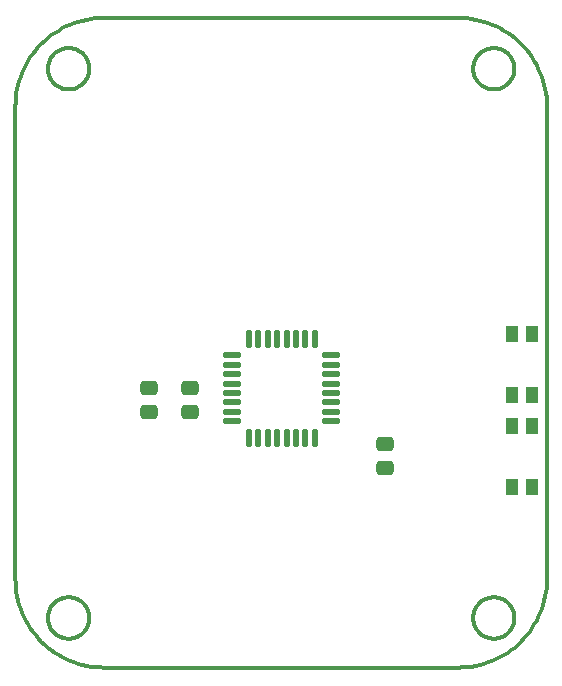
<source format=gbr>
%TF.GenerationSoftware,KiCad,Pcbnew,6.0.9+dfsg-1~bpo11+1*%
%TF.CreationDate,2022-12-30T14:53:09-06:00*%
%TF.ProjectId,Pedals,50656461-6c73-42e6-9b69-6361645f7063,rev?*%
%TF.SameCoordinates,Original*%
%TF.FileFunction,Paste,Top*%
%TF.FilePolarity,Positive*%
%FSLAX46Y46*%
G04 Gerber Fmt 4.6, Leading zero omitted, Abs format (unit mm)*
G04 Created by KiCad (PCBNEW 6.0.9+dfsg-1~bpo11+1) date 2022-12-30 14:53:09*
%MOMM*%
%LPD*%
G01*
G04 APERTURE LIST*
G04 Aperture macros list*
%AMRoundRect*
0 Rectangle with rounded corners*
0 $1 Rounding radius*
0 $2 $3 $4 $5 $6 $7 $8 $9 X,Y pos of 4 corners*
0 Add a 4 corners polygon primitive as box body*
4,1,4,$2,$3,$4,$5,$6,$7,$8,$9,$2,$3,0*
0 Add four circle primitives for the rounded corners*
1,1,$1+$1,$2,$3*
1,1,$1+$1,$4,$5*
1,1,$1+$1,$6,$7*
1,1,$1+$1,$8,$9*
0 Add four rect primitives between the rounded corners*
20,1,$1+$1,$2,$3,$4,$5,0*
20,1,$1+$1,$4,$5,$6,$7,0*
20,1,$1+$1,$6,$7,$8,$9,0*
20,1,$1+$1,$8,$9,$2,$3,0*%
G04 Aperture macros list end*
%TA.AperFunction,Profile*%
%ADD10C,0.349999*%
%TD*%
%ADD11RoundRect,0.250000X0.475000X-0.337500X0.475000X0.337500X-0.475000X0.337500X-0.475000X-0.337500X0*%
%ADD12R,1.000000X1.450000*%
%ADD13RoundRect,0.125000X-0.625000X-0.125000X0.625000X-0.125000X0.625000X0.125000X-0.625000X0.125000X0*%
%ADD14RoundRect,0.125000X-0.125000X-0.625000X0.125000X-0.625000X0.125000X0.625000X-0.125000X0.625000X0*%
%ADD15RoundRect,0.250000X-0.475000X0.337500X-0.475000X-0.337500X0.475000X-0.337500X0.475000X0.337500X0*%
G04 APERTURE END LIST*
D10*
X163336833Y-77300384D02*
X163402943Y-77352336D01*
X164097310Y-77664445D02*
X164183488Y-77679835D01*
X164359941Y-77697722D02*
X164449996Y-77699999D01*
X125210088Y-74988996D02*
X125421681Y-74687955D01*
X129208697Y-124027430D02*
X129284154Y-123988784D01*
X168510819Y-76621198D02*
X168625807Y-76968736D01*
X165852333Y-121402946D02*
X165800381Y-121336836D01*
X129268735Y-71974189D02*
X129621871Y-71876192D01*
X162911211Y-76784153D02*
X162953349Y-76857438D01*
X126702277Y-122540054D02*
X126709035Y-122628927D01*
X164012643Y-124144904D02*
X164097310Y-124164445D01*
X130144905Y-76387352D02*
X130164446Y-76302685D01*
X128921198Y-72089177D02*
X129268735Y-71974189D01*
X165745378Y-77126660D02*
X165800381Y-77063162D01*
X126953353Y-123357438D02*
X126998872Y-123428441D01*
X130190964Y-76128927D02*
X130197722Y-76040054D01*
X129563162Y-77300384D02*
X129626660Y-77245381D01*
X168913296Y-78408717D02*
X168940779Y-78778096D01*
X129626660Y-121154617D02*
X129563162Y-121099614D01*
X125013959Y-75299323D02*
X125210088Y-74988996D01*
X164449996Y-77699999D02*
X164449996Y-77699999D01*
X166093807Y-75348290D02*
X166062472Y-75268820D01*
X131449999Y-71650000D02*
X161449996Y-71650000D01*
X123986700Y-78408717D02*
X124032193Y-78042476D01*
X130179835Y-122716507D02*
X130190964Y-122628927D01*
X127768820Y-124062475D02*
X127848290Y-124093810D01*
X127288995Y-72910088D02*
X127599322Y-72713959D01*
X124669112Y-75945376D02*
X124833549Y-75618321D01*
X165912041Y-73121681D02*
X166203181Y-73348484D01*
X126755094Y-122012646D02*
X126735553Y-122097313D01*
X129563162Y-121099614D02*
X129497053Y-121047662D01*
X166093807Y-123051708D02*
X166121319Y-122970396D01*
X164628923Y-124190964D02*
X164716504Y-124179835D01*
X165051705Y-124093810D02*
X165131175Y-124062475D01*
X130164446Y-122097313D02*
X130144905Y-122012646D01*
X165357435Y-120953352D02*
X165284150Y-120911214D01*
X168804554Y-77679989D02*
X168867803Y-78042476D01*
X128802686Y-74235553D02*
X128716507Y-74220163D01*
X165208694Y-124027430D02*
X165284150Y-123988784D01*
X129208697Y-77527430D02*
X129284154Y-77488784D01*
X128887352Y-124144904D02*
X128970396Y-124121323D01*
X129745381Y-121273338D02*
X129687437Y-121212562D01*
X125890241Y-74116192D02*
X126146699Y-73846699D01*
X166190961Y-122628927D02*
X166197719Y-122540054D01*
X163402943Y-123852336D02*
X163471554Y-123901127D01*
X165901124Y-121471557D02*
X165852333Y-121402946D01*
X128271072Y-74209034D02*
X128183491Y-74220163D01*
X162755091Y-122887352D02*
X162778672Y-122970396D01*
X128449999Y-120699999D02*
X128449999Y-120699999D01*
X128449999Y-124199999D02*
X128449999Y-124199999D01*
X129626660Y-123745381D02*
X129687437Y-123687436D01*
X130121323Y-122970396D02*
X130144905Y-122887352D01*
X162998868Y-74971557D02*
X162953349Y-75042560D01*
X129946646Y-75042560D02*
X129901127Y-74971557D01*
X125648483Y-123903185D02*
X125421681Y-123612045D01*
X129800385Y-121336836D02*
X129745381Y-121273338D01*
X127154617Y-123626660D02*
X127212562Y-123687436D01*
X124274189Y-121331264D02*
X124176192Y-120978129D01*
X162872565Y-75191301D02*
X162837519Y-75268820D01*
X162778672Y-75429602D02*
X162755091Y-75512646D01*
X166483805Y-73590241D02*
X166753299Y-73846699D01*
X168949996Y-119150000D02*
X168940779Y-119521903D01*
X164887349Y-124144904D02*
X164970393Y-124121323D01*
X162720160Y-76216507D02*
X162735550Y-76302685D01*
X166199996Y-122449999D02*
X166199996Y-122449999D01*
X166179832Y-122716507D02*
X166190961Y-122628927D01*
X126702277Y-122359944D02*
X126700000Y-122449999D01*
X167886037Y-123000677D02*
X167689909Y-123311004D01*
X163047659Y-74902946D02*
X162998868Y-74971557D01*
X165852333Y-76997052D02*
X165901124Y-76928441D01*
X129626660Y-74654617D02*
X129563162Y-74599614D01*
X129428441Y-77401127D02*
X129497053Y-77352336D01*
X127336837Y-123800384D02*
X127402946Y-123852336D01*
X162735550Y-76302685D02*
X162755091Y-76387352D01*
X166199996Y-75949999D02*
X166197719Y-75859944D01*
X130093810Y-121848290D02*
X130062476Y-121768820D01*
X125421681Y-123612045D02*
X125210088Y-123311004D01*
X128012647Y-74255094D02*
X127929603Y-74278675D01*
X130027430Y-76708697D02*
X130062476Y-76631178D01*
X129357438Y-77446646D02*
X129428441Y-77401127D01*
X163212559Y-121212562D02*
X163154614Y-121273338D01*
X126806189Y-76551708D02*
X126837523Y-76631178D01*
X127615845Y-120911214D02*
X127542560Y-120953352D01*
X124176192Y-77321871D02*
X124274189Y-76968736D01*
X130062476Y-123131178D02*
X130093810Y-123051708D01*
X129621871Y-126423808D02*
X129268735Y-126325811D01*
X126696815Y-124951517D02*
X126416192Y-124709760D01*
X165131175Y-120837523D02*
X165051705Y-120806188D01*
X164970393Y-74278675D02*
X164887349Y-74255094D01*
X131449999Y-71650000D02*
X131449999Y-71650000D01*
X128802686Y-124164445D02*
X128887352Y-124144904D01*
X130093810Y-123051708D02*
X130121323Y-122970396D01*
X162911211Y-121615845D02*
X162872565Y-121691301D01*
X162720160Y-75683491D02*
X162709031Y-75771071D01*
X165284150Y-123988784D02*
X165357435Y-123946646D01*
X130199999Y-75949999D02*
X130199999Y-75949999D01*
X168867803Y-120257523D02*
X168804554Y-120620010D01*
X131449999Y-126650000D02*
X131449999Y-126650000D01*
X166197719Y-122359944D02*
X166190961Y-122271071D01*
X165131175Y-124062475D02*
X165208694Y-124027430D01*
X162911211Y-75115845D02*
X162872565Y-75191301D01*
X130027430Y-123208697D02*
X130062476Y-123131178D01*
X163615842Y-120911214D02*
X163542557Y-120953352D01*
X163631260Y-126325811D02*
X163278125Y-126423808D01*
X126720163Y-122183491D02*
X126709035Y-122271071D01*
X128802686Y-77664445D02*
X128887352Y-77644904D01*
X164359941Y-74202276D02*
X164271068Y-74209034D01*
X163615842Y-74411214D02*
X163542557Y-74453352D01*
X165284150Y-74411214D02*
X165208694Y-74372568D01*
X126953353Y-76857438D02*
X126998872Y-76928441D01*
X126735553Y-75597313D02*
X126720163Y-75683491D01*
X162709031Y-75771071D02*
X162702273Y-75859944D01*
X127154617Y-77126660D02*
X127212562Y-77187436D01*
X166062472Y-76631178D02*
X166093807Y-76551708D01*
X127099614Y-77063162D02*
X127154617Y-77126660D01*
X162837519Y-75268820D02*
X162806185Y-75348290D01*
X123959217Y-78778096D02*
X123986700Y-78408717D01*
X127848290Y-74306188D02*
X127768820Y-74337523D01*
X164981675Y-72533549D02*
X165300674Y-72713959D01*
X166062472Y-121768820D02*
X166027427Y-121691301D01*
X129131179Y-74337523D02*
X129051708Y-74306188D01*
X124833549Y-122681679D02*
X124669112Y-122354623D01*
X127336837Y-121099614D02*
X127273339Y-121154617D01*
X166753299Y-124453303D02*
X166753299Y-124453303D01*
X162720160Y-122716507D02*
X162735550Y-122802685D01*
X128970396Y-120778675D02*
X128887352Y-120755094D01*
X126998872Y-74971557D02*
X126953353Y-75042560D01*
X166190961Y-76128927D02*
X166197719Y-76040054D01*
X127099614Y-74836836D02*
X127047662Y-74902946D01*
X168379093Y-122020126D02*
X168230884Y-122354623D01*
X129687437Y-74712562D02*
X129626660Y-74654617D01*
X126735553Y-122802685D02*
X126755094Y-122887352D01*
X165497049Y-74547662D02*
X165428438Y-74498871D01*
X127047662Y-123497052D02*
X127099614Y-123563162D01*
X164540051Y-124197722D02*
X164628923Y-124190964D01*
X166199996Y-75949999D02*
X166199996Y-75949999D01*
X163099611Y-123563162D02*
X163154614Y-123626660D01*
X129051708Y-120806188D02*
X128970396Y-120778675D01*
X130179835Y-75683491D02*
X130164446Y-75597313D01*
X127599322Y-72713959D02*
X127918321Y-72533549D01*
X166190961Y-75771071D02*
X166179832Y-75683491D01*
X130197722Y-122540054D02*
X130199999Y-122449999D01*
X162920006Y-126504558D02*
X162557519Y-126567807D01*
X165626657Y-77245381D02*
X165687433Y-77187436D01*
X164449996Y-120699999D02*
X164449996Y-120699999D01*
X163278125Y-126423808D02*
X162920006Y-126504558D01*
X126700000Y-75949999D02*
X126702277Y-76040054D01*
X127929603Y-120778675D02*
X127848290Y-120806188D01*
X129208697Y-74372568D02*
X129131179Y-74337523D01*
X124520903Y-122020126D02*
X124389177Y-121678801D01*
X127154617Y-121273338D02*
X127099614Y-121336836D01*
X168949996Y-119150000D02*
X168949996Y-119150000D01*
X128579873Y-72220903D02*
X128921198Y-72089177D01*
X129051708Y-74306188D02*
X128970396Y-74278675D01*
X123950000Y-119150000D02*
X123950000Y-79150000D01*
X128628927Y-77690964D02*
X128716507Y-77679835D01*
X166753299Y-124453303D02*
X166483805Y-124709760D01*
X163273335Y-74654617D02*
X163212559Y-74712562D01*
X165428438Y-74498871D02*
X165357435Y-74453352D01*
X126872568Y-76708697D02*
X126911215Y-76784153D01*
X164320122Y-126079096D02*
X163978797Y-126210822D01*
X164540051Y-74202276D02*
X164449996Y-74199999D01*
X163929599Y-74278675D02*
X163848287Y-74306188D01*
X129988784Y-121615845D02*
X129946646Y-121542560D01*
X126911215Y-123284153D02*
X126953353Y-123357438D01*
X128802686Y-120735553D02*
X128716507Y-120720163D01*
X162702273Y-122359944D02*
X162699996Y-122449999D01*
X127336837Y-74599614D02*
X127273339Y-74654617D01*
X166027427Y-76708697D02*
X166062472Y-76631178D01*
X131078096Y-71659217D02*
X131449999Y-71650000D01*
X164359941Y-120702276D02*
X164271068Y-120709034D01*
X127471557Y-123901127D02*
X127542560Y-123946646D01*
X165497049Y-77352336D02*
X165563159Y-77300384D01*
X163848287Y-124093810D02*
X163929599Y-124121323D01*
X127212562Y-74712562D02*
X127154617Y-74773338D01*
X129979989Y-71795442D02*
X130342476Y-71732193D01*
X165051705Y-74306188D02*
X164970393Y-74278675D01*
X165300674Y-72713959D02*
X165611001Y-72910088D01*
X127154617Y-74773338D02*
X127099614Y-74836836D01*
X166121319Y-76470396D02*
X166144901Y-76387352D01*
X129852337Y-74902946D02*
X129800385Y-74836836D01*
X164183488Y-120720163D02*
X164097310Y-120735553D01*
X126872568Y-75191301D02*
X126837523Y-75268820D01*
X128449999Y-77699999D02*
X128449999Y-77699999D01*
X165051705Y-77593810D02*
X165131175Y-77562475D01*
X166197719Y-122540054D02*
X166199996Y-122449999D01*
X163768817Y-77562475D02*
X163848287Y-77593810D01*
X127929603Y-124121323D02*
X128012647Y-124144904D01*
X128716507Y-77679835D02*
X128802686Y-77664445D01*
X168949996Y-79150000D02*
X168949996Y-119150000D01*
X161449996Y-71650000D02*
X161449996Y-71650000D01*
X162702273Y-76040054D02*
X162709031Y-76128927D01*
X166062472Y-75268820D02*
X166027427Y-75191301D01*
X129745381Y-77126660D02*
X129800385Y-77063162D01*
X127691302Y-74372568D02*
X127615845Y-74411214D01*
X127848290Y-120806188D02*
X127768820Y-120837523D01*
X168723804Y-77321871D02*
X168804554Y-77679989D01*
X130144905Y-122012646D02*
X130121323Y-121929602D01*
X127212562Y-77187436D02*
X127273339Y-77245381D01*
X127402946Y-121047662D02*
X127336837Y-121099614D01*
X129901127Y-76928441D02*
X129946646Y-76857438D01*
X129497053Y-123852336D02*
X129563162Y-123800384D01*
X128921198Y-126210822D02*
X128579873Y-126079096D01*
X168066447Y-122681679D02*
X167886037Y-123000677D01*
X129208697Y-120872568D02*
X129131179Y-120837523D01*
X128183491Y-74220163D02*
X128097313Y-74235553D01*
X125648483Y-74396816D02*
X125890241Y-74116192D01*
X165687433Y-123687436D02*
X165745378Y-123626660D01*
X163978797Y-72089177D02*
X164320122Y-72220903D01*
X127273339Y-123745381D02*
X127336837Y-123800384D01*
X165563159Y-121099614D02*
X165497049Y-121047662D01*
X165988781Y-121615845D02*
X165946643Y-121542560D01*
X165563159Y-77300384D02*
X165626657Y-77245381D01*
X130342476Y-126567807D02*
X129979989Y-126504558D01*
X123950000Y-79150000D02*
X123959217Y-78778096D01*
X129946646Y-121542560D02*
X129901127Y-121471557D01*
X127929603Y-77621323D02*
X128012647Y-77644904D01*
X164802682Y-120735553D02*
X164716504Y-120720163D01*
X130199999Y-122449999D02*
X130199999Y-122449999D01*
X124520903Y-76279874D02*
X124669112Y-75945376D01*
X126416192Y-73590241D02*
X126696815Y-73348484D01*
X129988784Y-75115845D02*
X129946646Y-75042560D01*
X162837519Y-121768820D02*
X162806185Y-121848290D01*
X130062476Y-75268820D02*
X130027430Y-75191301D01*
X165946643Y-75042560D02*
X165901124Y-74971557D01*
X127768820Y-120837523D02*
X127691302Y-120872568D01*
X164716504Y-77679835D02*
X164802682Y-77664445D01*
X163691298Y-77527430D02*
X163768817Y-77562475D01*
X163047659Y-76997052D02*
X163099611Y-77063162D01*
X126998872Y-123428441D02*
X127047662Y-123497052D01*
X164359941Y-124197722D02*
X164449996Y-124199999D01*
X166144901Y-75512646D02*
X166121319Y-75429602D01*
X162699996Y-75949999D02*
X162699996Y-75949999D01*
X165852333Y-123497052D02*
X165901124Y-123428441D01*
X163273335Y-77245381D02*
X163336833Y-77300384D01*
X164970393Y-77621323D02*
X165051705Y-77593810D01*
X168230884Y-122354623D02*
X168066447Y-122681679D01*
X162872565Y-76708697D02*
X162911211Y-76784153D01*
X128887352Y-120755094D02*
X128802686Y-120735553D01*
X164887349Y-74255094D02*
X164802682Y-74235553D01*
X128245376Y-125930888D02*
X127918321Y-125766451D01*
X168949996Y-79150000D02*
X168949996Y-79150000D01*
X163929599Y-77621323D02*
X164012643Y-77644904D01*
X130164446Y-75597313D02*
X130144905Y-75512646D01*
X129497053Y-77352336D02*
X129563162Y-77300384D01*
X128359944Y-120702276D02*
X128271072Y-120709034D01*
X164097310Y-124164445D02*
X164183488Y-124179835D01*
X123986700Y-119891283D02*
X123959217Y-119521903D01*
X164271068Y-77690964D02*
X164359941Y-77697722D01*
X164012643Y-120755094D02*
X163929599Y-120778675D01*
X168867803Y-78042476D02*
X168913296Y-78408717D01*
X165563159Y-123800384D02*
X165626657Y-123745381D01*
X167009756Y-74116192D02*
X167251513Y-74396816D01*
X163099611Y-77063162D02*
X163154614Y-77126660D01*
X129852337Y-123497052D02*
X129901127Y-123428441D01*
X166199996Y-122449999D02*
X166199996Y-122449999D01*
X130197722Y-76040054D02*
X130199999Y-75949999D01*
X165852333Y-74902946D02*
X165800381Y-74836836D01*
X128097313Y-124164445D02*
X128183491Y-124179835D01*
X129428441Y-123901127D02*
X129497053Y-123852336D01*
X164449996Y-120699999D02*
X164359941Y-120702276D01*
X164271068Y-120709034D02*
X164183488Y-120720163D01*
X164716504Y-120720163D02*
X164628923Y-120709034D01*
X126755094Y-76387352D02*
X126778676Y-76470396D01*
X163768817Y-120837523D02*
X163691298Y-120872568D01*
X130190964Y-75771071D02*
X130179835Y-75683491D01*
X126720163Y-76216507D02*
X126735553Y-76302685D01*
X130164446Y-76302685D02*
X130179835Y-76216507D01*
X163471554Y-77401127D02*
X163542557Y-77446646D01*
X166164442Y-122802685D02*
X166179832Y-122716507D01*
X127273339Y-74654617D02*
X127212562Y-74712562D01*
X164097310Y-74235553D02*
X164012643Y-74255094D01*
X130164446Y-122802685D02*
X130179835Y-122716507D01*
X166190961Y-122271071D02*
X166179832Y-122183491D01*
X162191279Y-126613300D02*
X161821900Y-126640782D01*
X166164442Y-76302685D02*
X166179832Y-76216507D01*
X129946646Y-123357438D02*
X129988784Y-123284153D01*
X128628927Y-120709034D02*
X128540054Y-120702276D01*
X124095442Y-120620010D02*
X124032193Y-120257523D01*
X128359944Y-77697722D02*
X128449999Y-77699999D01*
X129800385Y-74836836D02*
X129745381Y-74773338D01*
X166093807Y-121848290D02*
X166062472Y-121768820D01*
X126709035Y-76128927D02*
X126720163Y-76216507D01*
X130027430Y-75191301D02*
X129988784Y-75115845D01*
X165901124Y-74971557D02*
X165852333Y-74902946D01*
X126872568Y-123208697D02*
X126911215Y-123284153D01*
X166144901Y-122012646D02*
X166121319Y-121929602D01*
X126735553Y-76302685D02*
X126755094Y-76387352D01*
X168625807Y-121331264D02*
X168510819Y-121678801D01*
X128970396Y-74278675D02*
X128887352Y-74255094D01*
X130062476Y-76631178D02*
X130093810Y-76551708D01*
X129621871Y-71876192D02*
X129979989Y-71795442D01*
X165051705Y-120806188D02*
X164970393Y-120778675D01*
X165946643Y-121542560D02*
X165901124Y-121471557D01*
X167689909Y-74988996D02*
X167886037Y-75299323D01*
X129901127Y-74971557D02*
X129852337Y-74902946D01*
X126806189Y-75348290D02*
X126778676Y-75429602D01*
X126700000Y-122449999D02*
X126700000Y-122449999D01*
X126720163Y-122716507D02*
X126735553Y-122802685D01*
X127099614Y-123563162D02*
X127154617Y-123626660D01*
X127402946Y-77352336D02*
X127471557Y-77401127D01*
X129284154Y-74411214D02*
X129208697Y-74372568D01*
X128540054Y-74202276D02*
X128449999Y-74199999D01*
X130708716Y-126613300D02*
X130342476Y-126567807D01*
X161821900Y-126640782D02*
X161449996Y-126650000D01*
X166093807Y-76551708D02*
X166121319Y-76470396D01*
X126911215Y-121615845D02*
X126872568Y-121691301D01*
X128097313Y-77664445D02*
X128183491Y-77679835D01*
X163273335Y-123745381D02*
X163336833Y-123800384D01*
X126998872Y-76928441D02*
X127047662Y-76997052D01*
X124095442Y-77679989D02*
X124176192Y-77321871D01*
X129428441Y-120998871D02*
X129357438Y-120953352D01*
X168510819Y-121678801D02*
X168379093Y-122020126D01*
X163471554Y-74498871D02*
X163402943Y-74547662D01*
X161449996Y-71650000D02*
X161821900Y-71659217D01*
X163471554Y-123901127D02*
X163542557Y-123946646D01*
X129268735Y-126325811D02*
X128921198Y-126210822D01*
X129497053Y-121047662D02*
X129428441Y-120998871D01*
X129687437Y-121212562D02*
X129626660Y-121154617D01*
X127615845Y-74411214D02*
X127542560Y-74453352D01*
X127336837Y-77300384D02*
X127402946Y-77352336D01*
X162806185Y-75348290D02*
X162778672Y-75429602D01*
X163336833Y-74599614D02*
X163273335Y-74654617D01*
X126953353Y-121542560D02*
X126911215Y-121615845D01*
X161449996Y-126650000D02*
X131449999Y-126650000D01*
X130121323Y-75429602D02*
X130093810Y-75348290D01*
X164887349Y-77644904D02*
X164970393Y-77621323D01*
X163631260Y-71974189D02*
X163978797Y-72089177D01*
X126806189Y-121848290D02*
X126778676Y-121929602D01*
X128579873Y-126079096D02*
X128245376Y-125930888D01*
X163154614Y-121273338D02*
X163099611Y-121336836D01*
X128449999Y-74199999D02*
X128449999Y-74199999D01*
X129357438Y-123946646D02*
X129428441Y-123901127D01*
X162806185Y-76551708D02*
X162837519Y-76631178D01*
X127615845Y-77488784D02*
X127691302Y-77527430D01*
X162735550Y-122802685D02*
X162755091Y-122887352D01*
X127542560Y-77446646D02*
X127615845Y-77488784D01*
X162557519Y-126567807D02*
X162191279Y-126613300D01*
X126987955Y-125178320D02*
X126696815Y-124951517D01*
X127615845Y-123988784D02*
X127691302Y-124027430D01*
X129988784Y-76784153D02*
X130027430Y-76708697D01*
X128716507Y-74220163D02*
X128628927Y-74209034D01*
X165745378Y-123626660D02*
X165800381Y-123563162D01*
X163471554Y-120998871D02*
X163402943Y-121047662D01*
X128183491Y-124179835D02*
X128271072Y-124190964D01*
X166121319Y-75429602D02*
X166093807Y-75348290D01*
X163154614Y-77126660D02*
X163212559Y-77187436D01*
X163542557Y-120953352D02*
X163471554Y-120998871D01*
X168230884Y-75945376D02*
X168379093Y-76279874D01*
X164012643Y-74255094D02*
X163929599Y-74278675D01*
X129979989Y-126504558D02*
X129621871Y-126423808D01*
X128449999Y-74199999D02*
X128359944Y-74202276D01*
X128359944Y-124197722D02*
X128449999Y-124199999D01*
X162709031Y-122271071D02*
X162702273Y-122359944D01*
X124833549Y-75618321D02*
X125013959Y-75299323D01*
X164449996Y-74199999D02*
X164359941Y-74202276D01*
X165131175Y-77562475D02*
X165208694Y-77527430D01*
X165497049Y-123852336D02*
X165563159Y-123800384D01*
X163336833Y-121099614D02*
X163273335Y-121154617D01*
X129745381Y-123626660D02*
X129800385Y-123563162D01*
X128183491Y-120720163D02*
X128097313Y-120735553D01*
X162953349Y-121542560D02*
X162911211Y-121615845D01*
X124389177Y-121678801D02*
X124274189Y-121331264D01*
X127691302Y-120872568D02*
X127615845Y-120911214D01*
X127929603Y-74278675D02*
X127848290Y-74306188D01*
X162778672Y-76470396D02*
X162806185Y-76551708D01*
X165208694Y-77527430D02*
X165284150Y-77488784D01*
X128628927Y-124190964D02*
X128716507Y-124179835D01*
X165357435Y-77446646D02*
X165428438Y-77401127D01*
X128271072Y-77690964D02*
X128359944Y-77697722D01*
X162837519Y-76631178D02*
X162872565Y-76708697D01*
X163691298Y-120872568D02*
X163615842Y-120911214D01*
X163768817Y-124062475D02*
X163848287Y-124093810D01*
X165800381Y-121336836D02*
X165745378Y-121273338D01*
X168940779Y-78778096D02*
X168949996Y-79150000D01*
X129800385Y-123563162D02*
X129852337Y-123497052D01*
X130144905Y-75512646D02*
X130121323Y-75429602D01*
X163768817Y-74337523D02*
X163691298Y-74372568D01*
X166199996Y-122449999D02*
X166197719Y-122359944D01*
X165497049Y-121047662D02*
X165428438Y-120998871D01*
X129946646Y-76857438D02*
X129988784Y-76784153D01*
X126702277Y-75859944D02*
X126700000Y-75949999D01*
X162709031Y-122628927D02*
X162720160Y-122716507D01*
X164628923Y-74209034D02*
X164540051Y-74202276D01*
X164271068Y-74209034D02*
X164183488Y-74220163D01*
X163402943Y-77352336D02*
X163471554Y-77401127D01*
X165988781Y-75115845D02*
X165946643Y-75042560D01*
X164320122Y-72220903D02*
X164654620Y-72369112D01*
X130062476Y-121768820D02*
X130027430Y-121691301D01*
X164716504Y-74220163D02*
X164628923Y-74209034D01*
X167886037Y-75299323D02*
X168066447Y-75618321D01*
X126778676Y-76470396D02*
X126806189Y-76551708D01*
X124669112Y-122354623D02*
X124520903Y-122020126D01*
X127099614Y-121336836D02*
X127047662Y-121402946D01*
X163212559Y-77187436D02*
X163273335Y-77245381D01*
X166164442Y-122097313D02*
X166144901Y-122012646D01*
X167689909Y-123311004D02*
X167478316Y-123612045D01*
X130199999Y-122449999D02*
X130197722Y-122359944D01*
X130190964Y-122271071D02*
X130179835Y-122183491D01*
X163154614Y-74773338D02*
X163099611Y-74836836D01*
X127848290Y-77593810D02*
X127929603Y-77621323D01*
X129626660Y-77245381D02*
X129687437Y-77187436D01*
X163848287Y-120806188D02*
X163768817Y-120837523D01*
X165626657Y-121154617D02*
X165563159Y-121099614D01*
X126911215Y-75115845D02*
X126872568Y-75191301D01*
X165687433Y-121212562D02*
X165626657Y-121154617D01*
X166753299Y-73846699D02*
X166753299Y-73846699D01*
X130121323Y-76470396D02*
X130144905Y-76387352D01*
X163212559Y-74712562D02*
X163154614Y-74773338D01*
X126837523Y-76631178D02*
X126872568Y-76708697D01*
X128540054Y-124197722D02*
X128628927Y-124190964D01*
X128887352Y-77644904D02*
X128970396Y-77621323D01*
X165800381Y-123563162D02*
X165852333Y-123497052D01*
X164802682Y-74235553D02*
X164716504Y-74220163D01*
X165626657Y-123745381D02*
X165687433Y-123687436D01*
X130093810Y-76551708D02*
X130121323Y-76470396D01*
X128449999Y-120699999D02*
X128359944Y-120702276D01*
X164449996Y-74199999D02*
X164449996Y-74199999D01*
X130342476Y-71732193D02*
X130708716Y-71686700D01*
X130197722Y-122359944D02*
X130190964Y-122271071D01*
X164628923Y-120709034D02*
X164540051Y-120702276D01*
X126700000Y-122449999D02*
X126702277Y-122540054D01*
X166203181Y-73348484D02*
X166483805Y-73590241D01*
X163402943Y-121047662D02*
X163336833Y-121099614D01*
X126416192Y-124709760D02*
X126146699Y-124453303D01*
X161821900Y-71659217D02*
X162191279Y-71686700D01*
X128628927Y-74209034D02*
X128540054Y-74202276D01*
X126720163Y-75683491D02*
X126709035Y-75771071D01*
X167478316Y-123612045D02*
X167251513Y-123903185D01*
X127047662Y-121402946D02*
X126998872Y-121471557D01*
X164097310Y-120735553D02*
X164012643Y-120755094D01*
X128012647Y-77644904D02*
X128097313Y-77664445D01*
X162720160Y-122183491D02*
X162709031Y-122271071D01*
X162998868Y-123428441D02*
X163047659Y-123497052D01*
X126709035Y-122628927D02*
X126720163Y-122716507D01*
X166203181Y-124951517D02*
X165912041Y-125178320D01*
X165687433Y-74712562D02*
X165626657Y-74654617D01*
X162778672Y-122970396D02*
X162806185Y-123051708D01*
X166027427Y-121691301D02*
X165988781Y-121615845D01*
X162872565Y-123208697D02*
X162911211Y-123284153D01*
X130179835Y-76216507D02*
X130190964Y-76128927D01*
X162755091Y-122012646D02*
X162735550Y-122097313D01*
X163542557Y-74453352D02*
X163471554Y-74498871D01*
X168940779Y-119521903D02*
X168913296Y-119891283D01*
X166483805Y-124709760D02*
X166203181Y-124951517D01*
X162755091Y-76387352D02*
X162778672Y-76470396D01*
X163047659Y-123497052D02*
X163099611Y-123563162D01*
X126806189Y-123051708D02*
X126837523Y-123131178D01*
X165626657Y-74654617D02*
X165563159Y-74599614D01*
X165901124Y-76928441D02*
X165946643Y-76857438D01*
X165563159Y-74599614D02*
X165497049Y-74547662D01*
X164540051Y-77697722D02*
X164628923Y-77690964D01*
X164887349Y-120755094D02*
X164802682Y-120735553D01*
X165284150Y-77488784D02*
X165357435Y-77446646D01*
X166179832Y-122183491D02*
X166164442Y-122097313D01*
X127288995Y-125389912D02*
X126987955Y-125178320D01*
X130121323Y-121929602D02*
X130093810Y-121848290D01*
X165687433Y-77187436D02*
X165745378Y-77126660D01*
X162709031Y-76128927D02*
X162720160Y-76216507D01*
X165300674Y-125586041D02*
X164981675Y-125766451D01*
X127047662Y-74902946D02*
X126998872Y-74971557D01*
X127273339Y-121154617D02*
X127212562Y-121212562D01*
X126778676Y-121929602D02*
X126755094Y-122012646D01*
X164449996Y-124199999D02*
X164449996Y-124199999D01*
X163691298Y-74372568D02*
X163615842Y-74411214D01*
X128970396Y-124121323D02*
X129051708Y-124093810D01*
X129745381Y-74773338D02*
X129687437Y-74712562D01*
X125890241Y-124183809D02*
X125648483Y-123903185D01*
X165611001Y-72910088D02*
X165912041Y-73121681D01*
X163848287Y-77593810D02*
X163929599Y-77621323D01*
X128970396Y-77621323D02*
X129051708Y-77593810D01*
X166164442Y-75597313D02*
X166144901Y-75512646D01*
X128716507Y-124179835D02*
X128802686Y-124164445D01*
X127471557Y-74498871D02*
X127402946Y-74547662D01*
X130708716Y-71686700D02*
X131078096Y-71659217D01*
X128097313Y-74235553D02*
X128012647Y-74255094D01*
X125210088Y-123311004D02*
X125013959Y-123000677D01*
X165428438Y-123901127D02*
X165497049Y-123852336D01*
X126146699Y-124453303D02*
X125890241Y-124183809D01*
X127471557Y-77401127D02*
X127542560Y-77446646D01*
X165131175Y-74337523D02*
X165051705Y-74306188D01*
X128716507Y-120720163D02*
X128628927Y-120709034D01*
X131449999Y-126650000D02*
X131078096Y-126640782D01*
X128449999Y-124199999D02*
X128540054Y-124197722D01*
X164183488Y-77679835D02*
X164271068Y-77690964D01*
X130199999Y-75949999D02*
X130197722Y-75859944D01*
X162998868Y-76928441D02*
X163047659Y-76997052D01*
X126146699Y-124453303D02*
X126146699Y-124453303D01*
X126700000Y-75949999D02*
X126700000Y-75949999D01*
X126778676Y-75429602D02*
X126755094Y-75512646D01*
X168804554Y-120620010D02*
X168723804Y-120978129D01*
X130144905Y-122887352D02*
X130164446Y-122802685D01*
X165428438Y-120998871D02*
X165357435Y-120953352D01*
X166753299Y-73846699D02*
X167009756Y-74116192D01*
X161449996Y-126650000D02*
X161449996Y-126650000D01*
X125421681Y-74687955D02*
X125648483Y-74396816D01*
X123950000Y-79150000D02*
X123950000Y-79150000D01*
X127273339Y-77245381D02*
X127336837Y-77300384D01*
X127471557Y-120998871D02*
X127402946Y-121047662D01*
X128183491Y-77679835D02*
X128271072Y-77690964D01*
X163542557Y-123946646D02*
X163615842Y-123988784D01*
X165745378Y-121273338D02*
X165687433Y-121212562D01*
X130027430Y-121691301D02*
X129988784Y-121615845D01*
X131078096Y-126640782D02*
X130708716Y-126613300D01*
X165800381Y-74836836D02*
X165745378Y-74773338D01*
X166027427Y-75191301D02*
X165988781Y-75115845D01*
X126837523Y-75268820D02*
X126806189Y-75348290D01*
X126987955Y-73121681D02*
X127288995Y-72910088D01*
X163691298Y-124027430D02*
X163768817Y-124062475D01*
X128271072Y-124190964D02*
X128359944Y-124197722D01*
X162702273Y-122540054D02*
X162709031Y-122628927D01*
X130179835Y-122183491D02*
X130164446Y-122097313D01*
X127047662Y-76997052D02*
X127099614Y-77063162D01*
X126709035Y-75771071D02*
X126702277Y-75859944D01*
X126696815Y-73348484D02*
X126987955Y-73121681D01*
X168379093Y-76279874D02*
X168510819Y-76621198D01*
X164449996Y-124199999D02*
X164540051Y-124197722D01*
X129051708Y-124093810D02*
X129131179Y-124062475D01*
X165901124Y-123428441D02*
X165946643Y-123357438D01*
X163212559Y-123687436D02*
X163273335Y-123745381D01*
X124389177Y-76621198D02*
X124520903Y-76279874D01*
X164271068Y-124190964D02*
X164359941Y-124197722D01*
X129131179Y-120837523D02*
X129051708Y-120806188D01*
X124176192Y-120978129D02*
X124095442Y-120620010D01*
X162920006Y-71795442D02*
X163278125Y-71876192D01*
X165357435Y-74453352D02*
X165284150Y-74411214D01*
X126709035Y-122271071D02*
X126702277Y-122359944D01*
X128449999Y-77699999D02*
X128540054Y-77697722D01*
X167251513Y-123903185D02*
X167009756Y-124183809D01*
X166121319Y-122970396D02*
X166144901Y-122887352D01*
X128540054Y-120702276D02*
X128449999Y-120699999D01*
X164802682Y-77664445D02*
X164887349Y-77644904D01*
X164183488Y-74220163D02*
X164097310Y-74235553D01*
X165946643Y-123357438D02*
X165988781Y-123284153D01*
X129687437Y-123687436D02*
X129745381Y-123626660D01*
X162778672Y-121929602D02*
X162755091Y-122012646D01*
X129284154Y-77488784D02*
X129357438Y-77446646D01*
X165800381Y-77063162D02*
X165852333Y-76997052D01*
X163154614Y-123626660D02*
X163212559Y-123687436D01*
X129901127Y-123428441D02*
X129946646Y-123357438D01*
X165208694Y-74372568D02*
X165131175Y-74337523D01*
X130199999Y-75949999D02*
X130199999Y-75949999D01*
X129428441Y-74498871D02*
X129357438Y-74453352D01*
X126146699Y-73846699D02*
X126416192Y-73590241D01*
X166197719Y-75859944D02*
X166190961Y-75771071D01*
X163099611Y-74836836D02*
X163047659Y-74902946D01*
X164183488Y-124179835D02*
X164271068Y-124190964D01*
X129988784Y-123284153D02*
X130027430Y-123208697D01*
X128097313Y-120735553D02*
X128012647Y-120755094D01*
X164628923Y-77690964D02*
X164716504Y-77679835D01*
X165745378Y-74773338D02*
X165687433Y-74712562D01*
X129852337Y-76997052D02*
X129901127Y-76928441D01*
X162735550Y-122097313D02*
X162720160Y-122183491D01*
X162699996Y-122449999D02*
X162699996Y-122449999D01*
X127402946Y-123852336D02*
X127471557Y-123901127D01*
X125013959Y-123000677D02*
X124833549Y-122681679D01*
X162872565Y-121691301D02*
X162837519Y-121768820D01*
X124032193Y-78042476D02*
X124095442Y-77679989D01*
X165988781Y-123284153D02*
X166027427Y-123208697D01*
X126911215Y-76784153D02*
X126953353Y-76857438D01*
X126872568Y-121691301D02*
X126837523Y-121768820D01*
X162953349Y-75042560D02*
X162911211Y-75115845D01*
X163929599Y-120778675D02*
X163848287Y-120806188D01*
X126837523Y-123131178D02*
X126872568Y-123208697D01*
X168723804Y-120978129D02*
X168625807Y-121331264D01*
X126953353Y-75042560D02*
X126911215Y-75115845D01*
X129563162Y-123800384D02*
X129626660Y-123745381D01*
X126735553Y-122097313D02*
X126720163Y-122183491D01*
X129687437Y-77187436D02*
X129745381Y-77126660D01*
X164970393Y-124121323D02*
X165051705Y-124093810D01*
X129497053Y-74547662D02*
X129428441Y-74498871D01*
X124274189Y-76968736D02*
X124389177Y-76621198D01*
X163542557Y-77446646D02*
X163615842Y-77488784D01*
X128359944Y-74202276D02*
X128271072Y-74209034D01*
X127768820Y-77562475D02*
X127848290Y-77593810D01*
X129357438Y-74453352D02*
X129284154Y-74411214D01*
X164981675Y-125766451D02*
X164654620Y-125930888D01*
X129131179Y-77562475D02*
X129208697Y-77527430D01*
X123959217Y-119521903D02*
X123950000Y-119150000D01*
X162806185Y-123051708D02*
X162837519Y-123131178D01*
X126837523Y-121768820D02*
X126806189Y-121848290D01*
X164540051Y-120702276D02*
X164449996Y-120699999D01*
X129901127Y-121471557D02*
X129852337Y-121402946D01*
X128012647Y-124144904D02*
X128097313Y-124164445D01*
X163402943Y-74547662D02*
X163336833Y-74599614D01*
X163099611Y-121336836D02*
X163047659Y-121402946D01*
X166199996Y-75949999D02*
X166199996Y-75949999D01*
X162998868Y-121471557D02*
X162953349Y-121542560D01*
X127918321Y-72533549D02*
X128245376Y-72369112D01*
X163615842Y-123988784D02*
X163691298Y-124027430D01*
X162699996Y-75949999D02*
X162702273Y-76040054D01*
X164716504Y-124179835D02*
X164802682Y-124164445D01*
X163615842Y-77488784D02*
X163691298Y-77527430D01*
X162837519Y-123131178D02*
X162872565Y-123208697D01*
X166027427Y-123208697D02*
X166062472Y-123131178D01*
X162953349Y-76857438D02*
X162998868Y-76928441D01*
X164012643Y-77644904D02*
X164097310Y-77664445D01*
X129284154Y-123988784D02*
X129357438Y-123946646D01*
X127542560Y-74453352D02*
X127471557Y-74498871D01*
X165988781Y-76784153D02*
X166027427Y-76708697D01*
X127848290Y-124093810D02*
X127929603Y-124121323D01*
X163978797Y-126210822D02*
X163631260Y-126325811D01*
X126778676Y-122970396D02*
X126806189Y-123051708D01*
X126702277Y-76040054D02*
X126709035Y-76128927D01*
X127542560Y-123946646D02*
X127615845Y-123988784D01*
X127542560Y-120953352D02*
X127471557Y-120998871D01*
X168066447Y-75618321D02*
X168230884Y-75945376D01*
X166062472Y-123131178D02*
X166093807Y-123051708D01*
X129852337Y-121402946D02*
X129800385Y-121336836D01*
X162702273Y-75859944D02*
X162699996Y-75949999D01*
X162806185Y-121848290D02*
X162778672Y-121929602D01*
X163848287Y-74306188D02*
X163768817Y-74337523D01*
X164802682Y-124164445D02*
X164887349Y-124144904D01*
X166144901Y-122887352D02*
X166164442Y-122802685D01*
X127918321Y-125766451D02*
X127599322Y-125586041D01*
X128887352Y-74255094D02*
X128802686Y-74235553D01*
X126755094Y-122887352D02*
X126778676Y-122970396D01*
X165208694Y-120872568D02*
X165131175Y-120837523D01*
X165284150Y-120911214D02*
X165208694Y-120872568D01*
X128012647Y-120755094D02*
X127929603Y-120778675D01*
X164970393Y-120778675D02*
X164887349Y-120755094D01*
X129284154Y-120911214D02*
X129208697Y-120872568D01*
X127212562Y-123687436D02*
X127273339Y-123745381D01*
X164654620Y-125930888D02*
X164320122Y-126079096D01*
X168625807Y-76968736D02*
X168723804Y-77321871D01*
X127402946Y-74547662D02*
X127336837Y-74599614D01*
X127212562Y-121212562D02*
X127154617Y-121273338D01*
X164449996Y-77699999D02*
X164540051Y-77697722D01*
X163273335Y-121154617D02*
X163212559Y-121212562D01*
X167478316Y-74687955D02*
X167689909Y-74988996D01*
X130093810Y-75348290D02*
X130062476Y-75268820D01*
X128271072Y-120709034D02*
X128183491Y-120720163D01*
X164654620Y-72369112D02*
X164981675Y-72533549D01*
X163278125Y-71876192D02*
X163631260Y-71974189D01*
X128540054Y-77697722D02*
X128628927Y-77690964D01*
X127768820Y-74337523D02*
X127691302Y-74372568D01*
X166144901Y-76387352D02*
X166164442Y-76302685D01*
X129563162Y-74599614D02*
X129497053Y-74547662D01*
X166179832Y-76216507D02*
X166190961Y-76128927D01*
X130197722Y-75859944D02*
X130190964Y-75771071D01*
X165428438Y-77401127D02*
X165497049Y-77352336D01*
X127691302Y-77527430D02*
X127768820Y-77562475D01*
X162557519Y-71732193D02*
X162920006Y-71795442D01*
X126998872Y-121471557D02*
X126953353Y-121542560D01*
X124032193Y-120257523D02*
X123986700Y-119891283D01*
X165611001Y-125389912D02*
X165300674Y-125586041D01*
X130190964Y-122628927D02*
X130197722Y-122540054D01*
X127691302Y-124027430D02*
X127768820Y-124062475D01*
X162953349Y-123357438D02*
X162998868Y-123428441D01*
X163929599Y-124121323D02*
X164012643Y-124144904D01*
X162191279Y-71686700D02*
X162557519Y-71732193D01*
X167251513Y-74396816D02*
X167478316Y-74687955D01*
X162755091Y-75512646D02*
X162735550Y-75597313D01*
X129051708Y-77593810D02*
X129131179Y-77562475D01*
X162735550Y-75597313D02*
X162720160Y-75683491D01*
X162699996Y-122449999D02*
X162702273Y-122540054D01*
X127599322Y-125586041D02*
X127288995Y-125389912D01*
X167009756Y-124183809D02*
X166753299Y-124453303D01*
X163047659Y-121402946D02*
X162998868Y-121471557D01*
X129357438Y-120953352D02*
X129284154Y-120911214D01*
X166121319Y-121929602D02*
X166093807Y-121848290D01*
X165912041Y-125178320D02*
X165611001Y-125389912D01*
X165357435Y-123946646D02*
X165428438Y-123901127D01*
X129131179Y-124062475D02*
X129208697Y-124027430D01*
X165946643Y-76857438D02*
X165988781Y-76784153D01*
X168913296Y-119891283D02*
X168867803Y-120257523D01*
X163336833Y-123800384D02*
X163402943Y-123852336D01*
X130199999Y-122449999D02*
X130199999Y-122449999D01*
X129800385Y-77063162D02*
X129852337Y-76997052D01*
X166179832Y-75683491D02*
X166164442Y-75597313D01*
X126146699Y-73846699D02*
X126146699Y-73846699D01*
X162911211Y-123284153D02*
X162953349Y-123357438D01*
X126755094Y-75512646D02*
X126735553Y-75597313D01*
X128245376Y-72369112D02*
X128579873Y-72220903D01*
X166197719Y-76040054D02*
X166199996Y-75949999D01*
D11*
%TO.C,C2*%
X135250000Y-105037500D03*
X135250000Y-102962500D03*
%TD*%
D12*
%TO.C,RST*%
X167700000Y-111325000D03*
X167700000Y-106175000D03*
X166000000Y-106175000D03*
X166000000Y-111325000D03*
%TD*%
D11*
%TO.C,C1*%
X138750000Y-105037500D03*
X138750000Y-102962500D03*
%TD*%
D12*
%TO.C,BOOT*%
X167700000Y-103575000D03*
X167700000Y-98425000D03*
X166000000Y-103575000D03*
X166000000Y-98425000D03*
%TD*%
D13*
%TO.C,U1*%
X142325000Y-100200000D03*
X142325000Y-101000000D03*
X142325000Y-101800000D03*
X142325000Y-102600000D03*
X142325000Y-103400000D03*
X142325000Y-104200000D03*
X142325000Y-105000000D03*
X142325000Y-105800000D03*
D14*
X143700000Y-107175000D03*
X144500000Y-107175000D03*
X145300000Y-107175000D03*
X146100000Y-107175000D03*
X146900000Y-107175000D03*
X147700000Y-107175000D03*
X148500000Y-107175000D03*
X149300000Y-107175000D03*
D13*
X150675000Y-105800000D03*
X150675000Y-105000000D03*
X150675000Y-104200000D03*
X150675000Y-103400000D03*
X150675000Y-102600000D03*
X150675000Y-101800000D03*
X150675000Y-101000000D03*
X150675000Y-100200000D03*
D14*
X149300000Y-98825000D03*
X148500000Y-98825000D03*
X147700000Y-98825000D03*
X146900000Y-98825000D03*
X146100000Y-98825000D03*
X145300000Y-98825000D03*
X144500000Y-98825000D03*
X143700000Y-98825000D03*
%TD*%
D15*
%TO.C,C3*%
X155250000Y-107712500D03*
X155250000Y-109787500D03*
%TD*%
M02*

</source>
